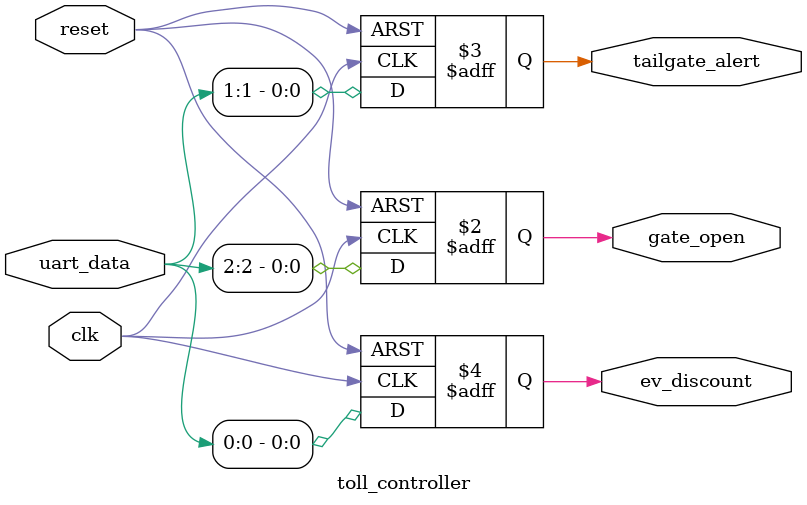
<source format=v>
`timescale 1ns/1ps

module toll_controller(
    input wire clk,
    input wire reset,
    input wire [2:0] uart_data,
    output reg gate_open,
    output reg tailgate_alert,
    output reg ev_discount
);

    always @(posedge clk or posedge reset) begin
        if (reset) begin
            gate_open      <= 0;
            tailgate_alert <= 0;
            ev_discount    <= 0;
        end
        else begin
            // [2]=vehicle_detected, [1]=tailgate, [0]=ev_detected
            gate_open      <= uart_data[2];
            tailgate_alert <= uart_data[1];
            ev_discount    <= uart_data[0];
        end
    end
endmodule


</source>
